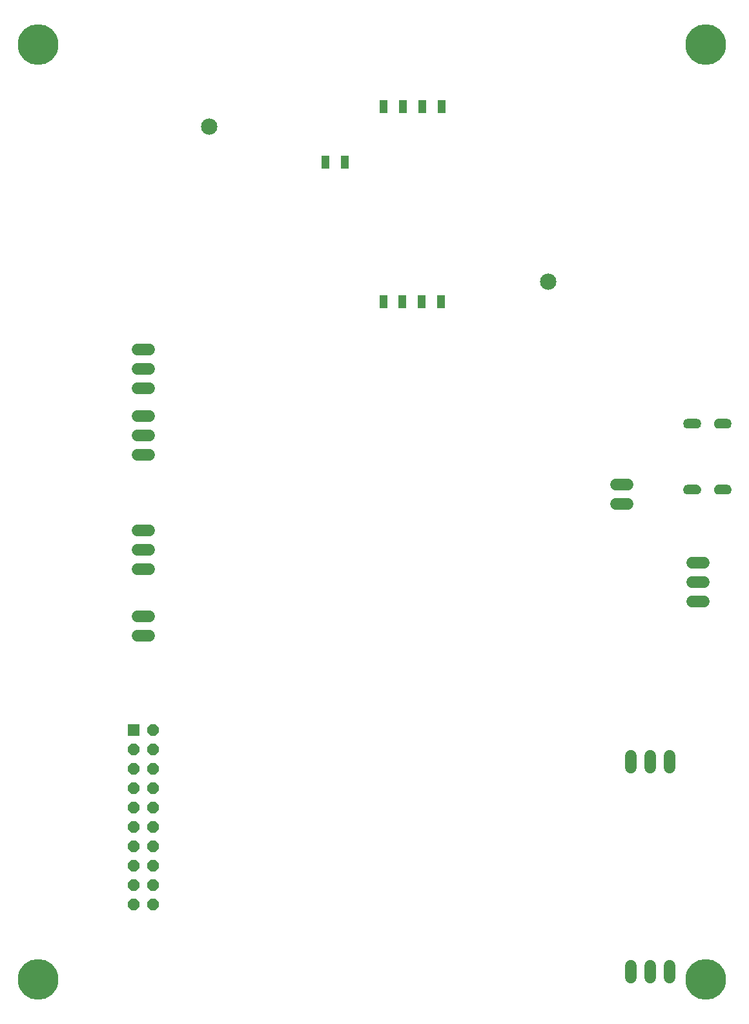
<source format=gbr>
G04 EAGLE Gerber RS-274X export*
G75*
%MOMM*%
%FSLAX34Y34*%
%LPD*%
%INSoldermask Bottom*%
%IPPOS*%
%AMOC8*
5,1,8,0,0,1.08239X$1,22.5*%
G01*
%ADD10C,2.150000*%
%ADD11R,1.000000X1.750000*%
%ADD12C,1.524000*%
%ADD13R,1.500000X1.500000*%
%ADD14P,1.623585X8X292.500000*%
%ADD15C,5.334000*%

G36*
X465003Y672753D02*
X465003Y672753D01*
X465005Y672751D01*
X466357Y672893D01*
X466362Y672898D01*
X466367Y672895D01*
X467659Y673315D01*
X467663Y673321D01*
X467668Y673319D01*
X468845Y673999D01*
X468848Y674006D01*
X468854Y674005D01*
X469863Y674914D01*
X469865Y674922D01*
X469870Y674922D01*
X470669Y676021D01*
X470669Y676029D01*
X470674Y676030D01*
X471227Y677271D01*
X471225Y677279D01*
X471230Y677281D01*
X471513Y678610D01*
X471509Y678617D01*
X471514Y678621D01*
X471514Y679979D01*
X471509Y679986D01*
X471513Y679990D01*
X471230Y681319D01*
X471224Y681324D01*
X471227Y681329D01*
X470674Y682570D01*
X470667Y682574D01*
X470669Y682579D01*
X469870Y683678D01*
X469863Y683681D01*
X469863Y683686D01*
X468854Y684595D01*
X468846Y684596D01*
X468845Y684601D01*
X467668Y685281D01*
X467661Y685280D01*
X467659Y685285D01*
X466367Y685705D01*
X466363Y685704D01*
X466359Y685704D01*
X466357Y685707D01*
X465005Y685849D01*
X465002Y685847D01*
X465000Y685849D01*
X455000Y685849D01*
X454997Y685847D01*
X454995Y685849D01*
X453643Y685707D01*
X453640Y685704D01*
X453637Y685704D01*
X453636Y685703D01*
X453633Y685705D01*
X452341Y685285D01*
X452337Y685279D01*
X452332Y685281D01*
X451155Y684601D01*
X451152Y684594D01*
X451146Y684595D01*
X450137Y683686D01*
X450135Y683678D01*
X450130Y683678D01*
X449331Y682579D01*
X449331Y682571D01*
X449326Y682570D01*
X448773Y681329D01*
X448775Y681321D01*
X448770Y681319D01*
X448487Y679990D01*
X448491Y679983D01*
X448486Y679979D01*
X448486Y678621D01*
X448491Y678614D01*
X448487Y678610D01*
X448770Y677281D01*
X448776Y677276D01*
X448773Y677271D01*
X449326Y676030D01*
X449333Y676026D01*
X449331Y676021D01*
X450130Y674922D01*
X450137Y674920D01*
X450137Y674914D01*
X451146Y674005D01*
X451154Y674004D01*
X451155Y673999D01*
X452332Y673319D01*
X452339Y673320D01*
X452341Y673315D01*
X453633Y672895D01*
X453641Y672898D01*
X453643Y672893D01*
X454995Y672751D01*
X454998Y672753D01*
X455000Y672751D01*
X465000Y672751D01*
X465003Y672753D01*
G37*
G36*
X425003Y672753D02*
X425003Y672753D01*
X425005Y672751D01*
X426357Y672893D01*
X426362Y672898D01*
X426367Y672895D01*
X427659Y673315D01*
X427663Y673321D01*
X427668Y673319D01*
X428845Y673999D01*
X428848Y674006D01*
X428854Y674005D01*
X429863Y674914D01*
X429865Y674922D01*
X429870Y674922D01*
X430669Y676021D01*
X430669Y676029D01*
X430674Y676030D01*
X431227Y677271D01*
X431225Y677279D01*
X431230Y677281D01*
X431513Y678610D01*
X431509Y678617D01*
X431514Y678621D01*
X431514Y679979D01*
X431509Y679986D01*
X431513Y679990D01*
X431230Y681319D01*
X431224Y681324D01*
X431227Y681329D01*
X430674Y682570D01*
X430667Y682574D01*
X430669Y682579D01*
X429870Y683678D01*
X429863Y683681D01*
X429863Y683686D01*
X428854Y684595D01*
X428846Y684596D01*
X428845Y684601D01*
X427668Y685281D01*
X427661Y685280D01*
X427659Y685285D01*
X426367Y685705D01*
X426363Y685704D01*
X426359Y685704D01*
X426357Y685707D01*
X425005Y685849D01*
X425002Y685847D01*
X425000Y685849D01*
X415000Y685849D01*
X414997Y685847D01*
X414995Y685849D01*
X413643Y685707D01*
X413640Y685704D01*
X413637Y685704D01*
X413636Y685703D01*
X413633Y685705D01*
X412341Y685285D01*
X412337Y685279D01*
X412332Y685281D01*
X411155Y684601D01*
X411152Y684594D01*
X411146Y684595D01*
X410137Y683686D01*
X410135Y683678D01*
X410130Y683678D01*
X409331Y682579D01*
X409331Y682571D01*
X409326Y682570D01*
X408773Y681329D01*
X408775Y681321D01*
X408770Y681319D01*
X408487Y679990D01*
X408491Y679983D01*
X408486Y679979D01*
X408486Y678621D01*
X408491Y678614D01*
X408487Y678610D01*
X408770Y677281D01*
X408776Y677276D01*
X408773Y677271D01*
X409326Y676030D01*
X409333Y676026D01*
X409331Y676021D01*
X410130Y674922D01*
X410137Y674920D01*
X410137Y674914D01*
X411146Y674005D01*
X411154Y674004D01*
X411155Y673999D01*
X412332Y673319D01*
X412339Y673320D01*
X412341Y673315D01*
X413633Y672895D01*
X413641Y672898D01*
X413643Y672893D01*
X414995Y672751D01*
X414998Y672753D01*
X415000Y672751D01*
X425000Y672751D01*
X425003Y672753D01*
G37*
G36*
X425003Y759153D02*
X425003Y759153D01*
X425005Y759151D01*
X426357Y759293D01*
X426362Y759298D01*
X426367Y759295D01*
X427659Y759715D01*
X427663Y759721D01*
X427668Y759719D01*
X428845Y760399D01*
X428848Y760406D01*
X428854Y760405D01*
X429863Y761314D01*
X429865Y761322D01*
X429870Y761322D01*
X430669Y762421D01*
X430669Y762429D01*
X430674Y762430D01*
X431227Y763671D01*
X431225Y763679D01*
X431230Y763681D01*
X431513Y765010D01*
X431509Y765017D01*
X431514Y765021D01*
X431514Y766379D01*
X431509Y766386D01*
X431513Y766390D01*
X431230Y767719D01*
X431224Y767724D01*
X431227Y767729D01*
X430674Y768970D01*
X430667Y768974D01*
X430669Y768979D01*
X429870Y770078D01*
X429863Y770081D01*
X429863Y770086D01*
X428854Y770995D01*
X428846Y770996D01*
X428845Y771001D01*
X427668Y771681D01*
X427661Y771680D01*
X427659Y771685D01*
X426367Y772105D01*
X426363Y772104D01*
X426359Y772104D01*
X426357Y772107D01*
X425005Y772249D01*
X425002Y772247D01*
X425000Y772249D01*
X415000Y772249D01*
X414997Y772247D01*
X414995Y772249D01*
X413643Y772107D01*
X413640Y772104D01*
X413637Y772104D01*
X413636Y772103D01*
X413633Y772105D01*
X412341Y771685D01*
X412337Y771679D01*
X412332Y771681D01*
X411155Y771001D01*
X411152Y770994D01*
X411146Y770995D01*
X410137Y770086D01*
X410135Y770078D01*
X410130Y770078D01*
X409331Y768979D01*
X409331Y768971D01*
X409326Y768970D01*
X408773Y767729D01*
X408775Y767721D01*
X408770Y767719D01*
X408487Y766390D01*
X408491Y766383D01*
X408486Y766379D01*
X408486Y765021D01*
X408491Y765014D01*
X408487Y765010D01*
X408770Y763681D01*
X408776Y763676D01*
X408773Y763671D01*
X409326Y762430D01*
X409333Y762426D01*
X409331Y762421D01*
X410130Y761322D01*
X410137Y761320D01*
X410137Y761314D01*
X411146Y760405D01*
X411154Y760404D01*
X411155Y760399D01*
X412332Y759719D01*
X412339Y759720D01*
X412341Y759715D01*
X413633Y759295D01*
X413641Y759298D01*
X413643Y759293D01*
X414995Y759151D01*
X414998Y759153D01*
X415000Y759151D01*
X425000Y759151D01*
X425003Y759153D01*
G37*
G36*
X465003Y759153D02*
X465003Y759153D01*
X465005Y759151D01*
X466357Y759293D01*
X466362Y759298D01*
X466367Y759295D01*
X467659Y759715D01*
X467663Y759721D01*
X467668Y759719D01*
X468845Y760399D01*
X468848Y760406D01*
X468854Y760405D01*
X469863Y761314D01*
X469865Y761322D01*
X469870Y761322D01*
X470669Y762421D01*
X470669Y762429D01*
X470674Y762430D01*
X471227Y763671D01*
X471225Y763679D01*
X471230Y763681D01*
X471513Y765010D01*
X471509Y765017D01*
X471514Y765021D01*
X471514Y766379D01*
X471509Y766386D01*
X471513Y766390D01*
X471230Y767719D01*
X471224Y767724D01*
X471227Y767729D01*
X470674Y768970D01*
X470667Y768974D01*
X470669Y768979D01*
X469870Y770078D01*
X469863Y770081D01*
X469863Y770086D01*
X468854Y770995D01*
X468846Y770996D01*
X468845Y771001D01*
X467668Y771681D01*
X467661Y771680D01*
X467659Y771685D01*
X466367Y772105D01*
X466363Y772104D01*
X466359Y772104D01*
X466357Y772107D01*
X465005Y772249D01*
X465002Y772247D01*
X465000Y772249D01*
X455000Y772249D01*
X454997Y772247D01*
X454995Y772249D01*
X453643Y772107D01*
X453640Y772104D01*
X453637Y772104D01*
X453636Y772103D01*
X453633Y772105D01*
X452341Y771685D01*
X452337Y771679D01*
X452332Y771681D01*
X451155Y771001D01*
X451152Y770994D01*
X451146Y770995D01*
X450137Y770086D01*
X450135Y770078D01*
X450130Y770078D01*
X449331Y768979D01*
X449331Y768971D01*
X449326Y768970D01*
X448773Y767729D01*
X448775Y767721D01*
X448770Y767719D01*
X448487Y766390D01*
X448491Y766383D01*
X448486Y766379D01*
X448486Y765021D01*
X448491Y765014D01*
X448487Y765010D01*
X448770Y763681D01*
X448776Y763676D01*
X448773Y763671D01*
X449326Y762430D01*
X449333Y762426D01*
X449331Y762421D01*
X450130Y761322D01*
X450137Y761320D01*
X450137Y761314D01*
X451146Y760405D01*
X451154Y760404D01*
X451155Y760399D01*
X452332Y759719D01*
X452339Y759720D01*
X452341Y759715D01*
X453633Y759295D01*
X453641Y759298D01*
X453643Y759293D01*
X454995Y759151D01*
X454998Y759153D01*
X455000Y759151D01*
X465000Y759151D01*
X465003Y759153D01*
G37*
D10*
X231475Y951641D03*
X-213025Y1154841D03*
D11*
X90575Y925041D03*
X65175Y925041D03*
X39775Y925041D03*
X15575Y925041D03*
X91775Y1181441D03*
X66375Y1181441D03*
X40975Y1181441D03*
X15575Y1181441D03*
X-35225Y1108141D03*
X-60625Y1108141D03*
D12*
X-292380Y487300D02*
X-307620Y487300D01*
X-307620Y512700D02*
X-292380Y512700D01*
X-292380Y574600D02*
X-307620Y574600D01*
X-307620Y600000D02*
X-292380Y600000D01*
X-292380Y625400D02*
X-307620Y625400D01*
D13*
X-312700Y364300D03*
D14*
X-287300Y364300D03*
X-312700Y338900D03*
X-287300Y338900D03*
X-312700Y313500D03*
X-287300Y313500D03*
X-312700Y288100D03*
X-287300Y288100D03*
X-312700Y262700D03*
X-287300Y262700D03*
X-312700Y237300D03*
X-287300Y237300D03*
X-312700Y211900D03*
X-287300Y211900D03*
X-312700Y186500D03*
X-287300Y186500D03*
X-312700Y161100D03*
X-287300Y161100D03*
X-312700Y135700D03*
X-287300Y135700D03*
D12*
X419880Y532600D02*
X435120Y532600D01*
X435120Y558000D02*
X419880Y558000D01*
X419880Y583400D02*
X435120Y583400D01*
X335520Y686100D02*
X320280Y686100D01*
X320280Y660700D02*
X335520Y660700D01*
X390400Y330120D02*
X390400Y314880D01*
X365000Y314880D02*
X365000Y330120D01*
X339600Y330120D02*
X339600Y314880D01*
X339600Y55120D02*
X339600Y39880D01*
X365000Y39880D02*
X365000Y55120D01*
X390400Y55120D02*
X390400Y39880D01*
X-292380Y862900D02*
X-307620Y862900D01*
X-307620Y837500D02*
X-292380Y837500D01*
X-292380Y812100D02*
X-307620Y812100D01*
X-307620Y775400D02*
X-292380Y775400D01*
X-292380Y750000D02*
X-307620Y750000D01*
X-307620Y724600D02*
X-292380Y724600D01*
D15*
X-437500Y37500D03*
X437500Y37500D03*
X-437500Y1262500D03*
X437500Y1262500D03*
M02*

</source>
